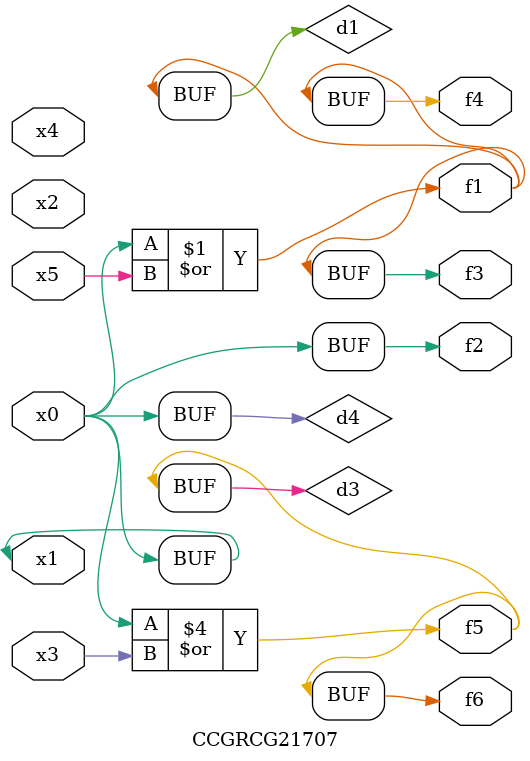
<source format=v>
module CCGRCG21707(
	input x0, x1, x2, x3, x4, x5,
	output f1, f2, f3, f4, f5, f6
);

	wire d1, d2, d3, d4;

	or (d1, x0, x5);
	xnor (d2, x1, x4);
	or (d3, x0, x3);
	buf (d4, x0, x1);
	assign f1 = d1;
	assign f2 = d4;
	assign f3 = d1;
	assign f4 = d1;
	assign f5 = d3;
	assign f6 = d3;
endmodule

</source>
